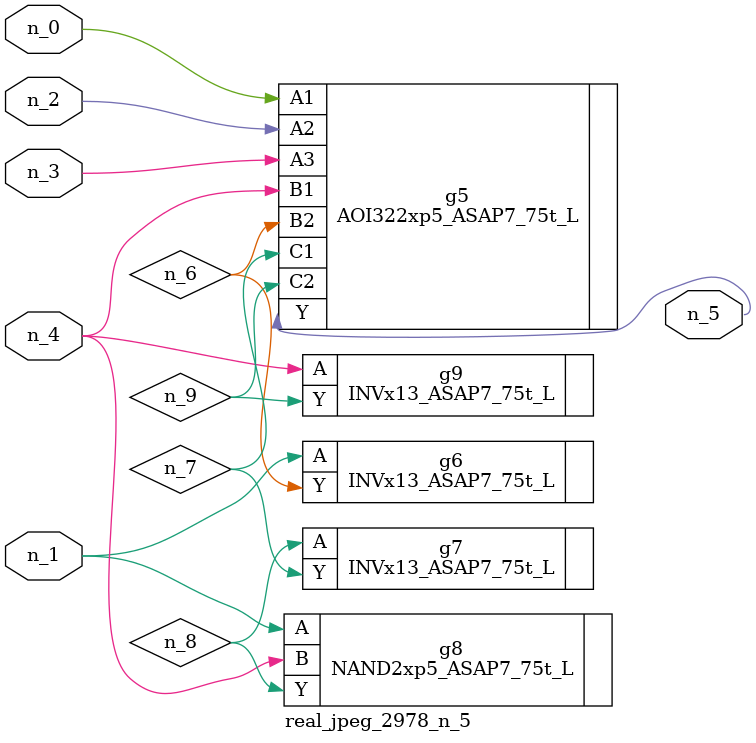
<source format=v>
module real_jpeg_2978_n_5 (n_4, n_0, n_1, n_2, n_3, n_5);

input n_4;
input n_0;
input n_1;
input n_2;
input n_3;

output n_5;

wire n_8;
wire n_6;
wire n_7;
wire n_9;

AOI322xp5_ASAP7_75t_L g5 ( 
.A1(n_0),
.A2(n_2),
.A3(n_3),
.B1(n_4),
.B2(n_6),
.C1(n_7),
.C2(n_9),
.Y(n_5)
);

INVx13_ASAP7_75t_L g6 ( 
.A(n_1),
.Y(n_6)
);

NAND2xp5_ASAP7_75t_L g8 ( 
.A(n_1),
.B(n_4),
.Y(n_8)
);

INVx13_ASAP7_75t_L g9 ( 
.A(n_4),
.Y(n_9)
);

INVx13_ASAP7_75t_L g7 ( 
.A(n_8),
.Y(n_7)
);


endmodule
</source>
